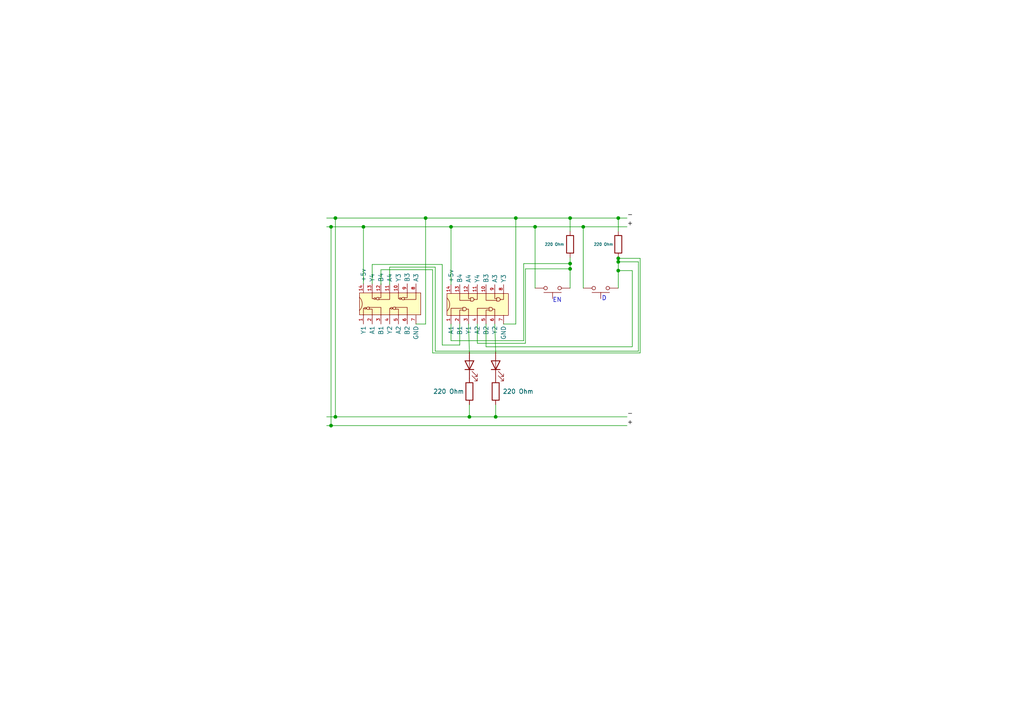
<source format=kicad_sch>
(kicad_sch (version 20211123) (generator eeschema)
  (paper "A4")
  (lib_symbols
    (symbol "Device:LED" (pin_numbers hide) (pin_names (offset 1.016) hide)
      (property "Reference" "D" (at 0 2.54 0))
      (property "Value" "LED" (at 0 -2.54 0))
      (symbol "LED_0_1"
        (polyline (pts (xy -1.27 -1.27) (xy -1.27 1.27)) (stroke (width 0.254)))
        (polyline (pts (xy -1.27 0) (xy 1.27 0)))
        (polyline (pts (xy 1.27 -1.27) (xy 1.27 1.27) (xy -1.27 0) (xy 1.27 -1.27)) (stroke (width 0.254)))
        (polyline (pts (xy -3.048 -0.762) (xy -4.572 -2.286) (xy -3.81 -2.286) (xy -4.572 -2.286) (xy -4.572 -1.524)))
        (polyline (pts (xy -1.778 -0.762) (xy -3.302 -2.286) (xy -2.54 -2.286) (xy -3.302 -2.286) (xy -3.302 -1.524)))
      )
      (symbol "LED_1_1"
        (pin passive line (at -3.81 0 0) (length 2.54) (name "K") (number "1"))
        (pin passive line (at 3.81 0 180) (length 2.54) (name "A") (number "2"))
      )
    )
    (symbol "Device:R" (pin_numbers hide) (pin_names (offset 0))
      (property "Reference" "R" (at 2.032 0 90))
      (property "Value" "R" (at 0 0 90))
      (symbol "R_0_1"
        (rectangle (start -1.016 -2.54) (end 1.016 2.54) (stroke (width 0.254)))
      )
      (symbol "R_1_1"
        (pin passive line (at 0 3.81 270) (length 1.27) (name "~") (number "1"))
        (pin passive line (at 0 -3.81 90) (length 1.27) (name "~") (number "2"))
      )
    )
    (symbol "Gosheto:74LS02_(NOR)"
      (property "Reference" "U" (at 0.0254 1.1938 0))
      (property "Value" "74LS02_(NOR)" (at 0 -0.8382 0))
      (symbol "74LS02_(NOR)_0_1"
        (arc (start -8.5091 -14.097) (mid -7.72 -12.192) (end -8.5091 -10.287))
        (rectangle (start -8.5091 -9.017) (end 9.2709 -15.367) (fill (type background)))
        (circle (center -6.858 -13.462) (radius 0.254))
        (arc (start -6.604 -13.462) (mid -6.1486 -13.7994) (end -5.588 -13.716))
        (arc (start -6.35 -13.462) (mid -6.35 -13.462) (end -6.35 -13.462))
        (arc (start -5.588 -13.208) (mid -6.1486 -13.1246) (end -6.604 -13.462))
        (arc (start -5.588 -13.208) (mid -5.6932 -13.462) (end -5.588 -13.716))
        (circle (center -4.064 -10.668) (radius 0.254))
        (arc (start -3.81 -10.668) (mid -3.3546 -11.0054) (end -2.794 -10.922))
        (arc (start -3.556 -10.668) (mid -3.556 -10.668) (end -3.556 -10.668))
        (arc (start -2.794 -10.414) (mid -3.3546 -10.3306) (end -3.81 -10.668))
        (arc (start -2.794 -10.414) (mid -2.8992 -10.668) (end -2.794 -10.922))
        (polyline (pts (xy -7.366 -15.494) (xy -7.366 -13.462) (xy -7.112 -13.462)))
        (polyline (pts (xy -4.826 -15.494) (xy -4.826 -13.716) (xy -5.588 -13.716)))
        (polyline (pts (xy -4.826 -8.89) (xy -4.826 -10.668) (xy -4.318 -10.668)))
        (polyline (pts (xy -2.286 -15.494) (xy -2.286 -13.208) (xy -5.588 -13.208)))
        (polyline (pts (xy -2.286 -8.89) (xy -2.286 -10.414) (xy -2.794 -10.414)))
        (polyline (pts (xy 0.254 -15.494) (xy 0.254 -13.462) (xy 0.508 -13.462)))
        (polyline (pts (xy 0.254 -8.89) (xy 0.254 -10.922) (xy -2.794 -10.922)))
        (polyline (pts (xy 2.794 -15.494) (xy 2.794 -13.716) (xy 2.032 -13.716)))
        (polyline (pts (xy 2.794 -8.89) (xy 2.794 -10.668) (xy 3.048 -10.668)))
        (polyline (pts (xy 5.334 -15.494) (xy 5.334 -13.208) (xy 2.032 -13.208)))
        (polyline (pts (xy 5.334 -8.89) (xy 5.334 -10.414) (xy 4.572 -10.414)))
        (polyline (pts (xy 7.874 -8.89) (xy 7.874 -10.922) (xy 4.572 -10.922)))
        (circle (center 0.762 -13.462) (radius 0.254))
        (arc (start 1.016 -13.462) (mid 1.4714 -13.7994) (end 2.032 -13.716))
        (arc (start 1.27 -13.462) (mid 1.27 -13.462) (end 1.27 -13.462))
        (arc (start 2.032 -13.208) (mid 1.4714 -13.1246) (end 1.016 -13.462))
        (arc (start 2.032 -13.208) (mid 1.9268 -13.462) (end 2.032 -13.716))
        (circle (center 3.302 -10.668) (radius 0.254))
        (arc (start 3.556 -10.668) (mid 4.0114 -11.0054) (end 4.572 -10.922))
        (arc (start 3.81 -10.668) (mid 3.81 -10.668) (end 3.81 -10.668))
        (arc (start 4.572 -10.414) (mid 4.0114 -10.3306) (end 3.556 -10.668))
        (arc (start 4.572 -10.414) (mid 4.4668 -10.668) (end 4.572 -10.922))
      )
      (symbol "74LS02_(NOR)_1_1"
        (pin output line (at -7.366 -15.494 270) (length 2.54) (name "Y1") (number "1"))
        (pin output line (at 2.794 -8.89 90) (length 2.54) (name "Y3") (number "10"))
        (pin input line (at 0.254 -8.89 90) (length 2.54) (name "A4") (number "11"))
        (pin input line (at -2.286 -8.89 90) (length 2.54) (name "B4") (number "12"))
        (pin output line (at -4.826 -8.89 90) (length 2.54) (name "Y4") (number "13"))
        (pin input line (at -7.366 -8.89 90) (length 2.54) (name "+5v") (number "14"))
        (pin input line (at -4.826 -15.494 270) (length 2.54) (name "A1") (number "2"))
        (pin input line (at -2.286 -15.494 270) (length 2.54) (name "B1") (number "3"))
        (pin output line (at 0.254 -15.494 270) (length 2.54) (name "Y2") (number "4"))
        (pin input line (at 2.794 -15.494 270) (length 2.54) (name "A2") (number "5"))
        (pin input line (at 5.334 -15.494 270) (length 2.54) (name "B2") (number "6"))
        (pin input line (at 7.874 -15.494 270) (length 2.54) (name "GND") (number "7"))
        (pin input line (at 7.874 -8.89 90) (length 2.54) (name "A3") (number "8"))
        (pin input line (at 5.334 -8.89 90) (length 2.54) (name "B3") (number "9"))
      )
    )
    (symbol "Gosheto:74LS08_(AND)"
      (property "Reference" "U" (at 0.0254 1.778 0))
      (property "Value" "74LS08_(AND)" (at 0 0 0))
      (symbol "74LS08_(AND)_0_1"
        (arc (start -8.5345 -13.0048) (mid -7.7454 -11.0998) (end -8.5345 -9.1948))
        (rectangle (start -8.5345 -7.9248) (end 9.2455 -14.2748) (fill (type background)))
        (arc (start -3.429 -12.9286) (mid -3.0698 -12.7798) (end -2.921 -12.4206))
        (arc (start -2.921 -12.4206) (mid -3.0698 -12.0614) (end -3.429 -11.9126))
        (arc (start -1.1938 -10.1346) (mid -0.8346 -9.9858) (end -0.6858 -9.6266))
        (arc (start -0.6858 -9.6266) (mid -0.8346 -9.2674) (end -1.1938 -9.1186))
        (polyline (pts (xy 7.112 -9.652) (xy 6.858 -9.652)))
        (polyline (pts (xy -7.366 -14.224) (xy -7.366 -12.192) (xy -4.064 -12.192)))
        (polyline (pts (xy -4.826 -14.224) (xy -4.826 -12.7) (xy -4.064 -12.7)))
        (polyline (pts (xy -4.826 -7.874) (xy -4.826 -9.906) (xy -1.778 -9.906)))
        (polyline (pts (xy -2.286 -14.224) (xy -2.286 -12.446) (xy -2.794 -12.446)))
        (polyline (pts (xy -2.286 -7.874) (xy -2.286 -9.398) (xy -1.778 -9.398)))
        (polyline (pts (xy 0.254 -14.224) (xy 0.254 -12.192) (xy 3.556 -12.192)))
        (polyline (pts (xy 2.794 -14.224) (xy 2.794 -12.7) (xy 3.556 -12.7)))
        (polyline (pts (xy 2.794 -7.874) (xy 2.794 -9.906) (xy 5.842 -9.906)))
        (polyline (pts (xy 5.334 -14.224) (xy 5.334 -12.446) (xy 4.826 -12.446)))
        (polyline (pts (xy 5.334 -7.874) (xy 5.334 -9.398) (xy 5.842 -9.398)))
        (polyline (pts (xy 7.874 -7.874) (xy 7.874 -9.652) (xy 7.112 -9.652)))
        (polyline (pts (xy -3.429 -12.9286) (xy -3.937 -12.9286) (xy -3.937 -11.9126) (xy -3.429 -11.9126)))
        (polyline (pts (xy -1.1938 -10.1346) (xy -1.7018 -10.1346) (xy -1.7018 -9.1186) (xy -1.1938 -9.1186)))
        (polyline (pts (xy 4.191 -12.954) (xy 3.683 -12.954) (xy 3.683 -11.938) (xy 4.191 -11.938)))
        (polyline (pts (xy 6.4008 -10.1346) (xy 5.8928 -10.1346) (xy 5.8928 -9.1186) (xy 6.4008 -9.1186)))
        (polyline (pts (xy 0.254 -7.874) (xy 0.254 -9.652) (xy -0.508 -9.652) (xy -0.762 -9.652) (xy -0.508 -9.652)))
        (arc (start 4.191 -12.954) (mid 4.5502 -12.8052) (end 4.699 -12.446))
        (arc (start 4.699 -12.446) (mid 4.5502 -12.0868) (end 4.191 -11.938))
        (arc (start 6.4008 -10.1346) (mid 6.76 -9.9858) (end 6.9088 -9.6266))
        (arc (start 6.9088 -9.6266) (mid 6.76 -9.2674) (end 6.4008 -9.1186))
      )
      (symbol "74LS08_(AND)_1_1"
        (pin input line (at -7.366 -14.224 270) (length 2.54) (name "A1") (number "1"))
        (pin input line (at 2.794 -7.874 90) (length 2.54) (name "B3") (number "10"))
        (pin output line (at 0.254 -7.874 90) (length 2.54) (name "Y4") (number "11"))
        (pin input line (at -2.286 -7.874 90) (length 2.54) (name "A4") (number "12"))
        (pin input line (at -4.826 -7.874 90) (length 2.54) (name "B4") (number "13"))
        (pin input line (at -7.366 -7.874 90) (length 2.54) (name "+5v") (number "14"))
        (pin input line (at -4.826 -14.224 270) (length 2.54) (name "B1") (number "2"))
        (pin output line (at -2.286 -14.224 270) (length 2.54) (name "Y1") (number "3"))
        (pin input line (at 0.254 -14.224 270) (length 2.54) (name "A2") (number "4"))
        (pin input line (at 2.794 -14.224 270) (length 2.54) (name "B2") (number "5"))
        (pin output line (at 5.334 -14.224 270) (length 2.54) (name "Y2") (number "6"))
        (pin input line (at 7.874 -14.224 270) (length 2.54) (name "GND") (number "7"))
        (pin output line (at 7.874 -7.874 90) (length 2.54) (name "Y3") (number "8"))
        (pin input line (at 5.334 -7.874 90) (length 2.54) (name "A3") (number "9"))
      )
    )
    (symbol "Switch:SW_Push" (pin_numbers hide) (pin_names (offset 1.016) hide)
      (property "Reference" "SW" (at 1.27 2.54 0))
      (property "Value" "SW_Push" (at 0 -1.524 0))
      (symbol "SW_Push_0_1"
        (circle (center -2.032 0) (radius 0.508))
        (polyline (pts (xy 0 1.27) (xy 0 3.048)))
        (polyline (pts (xy 2.54 1.27) (xy -2.54 1.27)))
        (circle (center 2.032 0) (radius 0.508))
        (pin passive line (at -5.08 0 0) (length 2.54) (name "1") (number "1"))
        (pin passive line (at 5.08 0 180) (length 2.54) (name "2") (number "2"))
      )
    )
  )
  (junction (at 155.194 65.786))
  (junction (at 179.324 78.486))
  (junction (at 165.354 63.246))
  (junction (at 96.012 65.786))
  (junction (at 149.606 63.246))
  (junction (at 130.81 65.786))
  (junction (at 165.354 77.978))
  (junction (at 165.354 76.454))
  (junction (at 179.324 63.246))
  (junction (at 97.282 63.246))
  (junction (at 136.144 120.904))
  (junction (at 179.324 75.946))
  (junction (at 123.444 63.246))
  (junction (at 96.012 123.444))
  (junction (at 179.324 74.93))
  (junction (at 97.282 120.904))
  (junction (at 143.764 120.904))
  (junction (at 105.41 65.786))
  (junction (at 169.164 65.786))
  (wire (pts (xy 96.012 65.786) (xy 96.012 123.444)))
  (wire (pts (xy 146.05 93.98) (xy 149.606 93.98)))
  (wire (pts (xy 128.27 100.076) (xy 133.35 100.076)))
  (wire (pts (xy 96.012 123.444) (xy 181.864 123.444)))
  (wire (pts (xy 125.476 102.362) (xy 125.476 78.232)))
  (wire (pts (xy 136.144 117.348) (xy 136.144 120.904)))
  (wire (pts (xy 138.43 93.98) (xy 138.43 99.568)))
  (wire (pts (xy 105.41 65.786) (xy 105.41 82.296)))
  (wire (pts (xy 179.324 74.676) (xy 179.324 74.93)))
  (wire (pts (xy 149.606 63.246) (xy 165.354 63.246)))
  (wire (pts (xy 94.742 120.904) (xy 97.282 120.904)))
  (wire (pts (xy 179.324 75.946) (xy 179.324 78.486)))
  (wire (pts (xy 179.324 78.486) (xy 179.324 83.566)))
  (wire (pts (xy 136.144 120.904) (xy 143.764 120.904)))
  (wire (pts (xy 135.89 93.98) (xy 136.144 102.108)))
  (wire (pts (xy 113.03 77.47) (xy 113.03 82.55)))
  (wire (pts (xy 169.164 83.566) (xy 169.164 65.786)))
  (wire (pts (xy 165.354 63.246) (xy 179.324 63.246)))
  (wire (pts (xy 155.194 65.786) (xy 169.164 65.786)))
  (wire (pts (xy 130.81 65.786) (xy 130.81 82.55)))
  (wire (pts (xy 107.95 82.296) (xy 107.95 76.708)))
  (wire (pts (xy 97.282 63.246) (xy 97.282 120.904)))
  (wire (pts (xy 140.97 100.584) (xy 183.388 100.584)))
  (wire (pts (xy 94.742 123.444) (xy 96.012 123.444)))
  (wire (pts (xy 185.674 74.93) (xy 185.674 102.362)))
  (wire (pts (xy 149.606 63.246) (xy 149.606 93.98)))
  (wire (pts (xy 179.324 75.946) (xy 185.166 75.946)))
  (wire (pts (xy 94.742 65.786) (xy 96.012 65.786)))
  (wire (pts (xy 138.43 99.568) (xy 152.4 99.568)))
  (wire (pts (xy 105.41 65.786) (xy 130.81 65.786)))
  (wire (pts (xy 179.324 78.486) (xy 183.388 78.486)))
  (wire (pts (xy 107.95 76.708) (xy 128.27 76.708)))
  (wire (pts (xy 165.354 74.676) (xy 165.354 76.454)))
  (wire (pts (xy 152.4 99.568) (xy 152.4 77.978)))
  (wire (pts (xy 123.444 63.246) (xy 149.606 63.246)))
  (wire (pts (xy 185.166 75.946) (xy 185.166 101.854)))
  (wire (pts (xy 97.282 120.904) (xy 136.144 120.904)))
  (wire (pts (xy 143.764 120.904) (xy 181.864 120.904)))
  (wire (pts (xy 179.324 74.93) (xy 185.674 74.93)))
  (wire (pts (xy 96.012 65.786) (xy 105.41 65.786)))
  (wire (pts (xy 165.354 63.246) (xy 165.354 67.056)))
  (wire (pts (xy 123.444 63.246) (xy 123.444 93.98)))
  (wire (pts (xy 128.27 76.708) (xy 128.27 100.076)))
  (wire (pts (xy 179.324 63.246) (xy 181.864 63.246)))
  (wire (pts (xy 126.238 77.47) (xy 113.03 77.47)))
  (wire (pts (xy 130.81 65.786) (xy 155.194 65.786)))
  (wire (pts (xy 120.65 93.98) (xy 123.444 93.98)))
  (wire (pts (xy 126.238 101.854) (xy 126.238 77.47)))
  (wire (pts (xy 151.892 98.806) (xy 151.892 76.454)))
  (wire (pts (xy 94.742 63.246) (xy 97.282 63.246)))
  (wire (pts (xy 185.166 101.854) (xy 126.238 101.854)))
  (wire (pts (xy 97.282 63.246) (xy 123.444 63.246)))
  (wire (pts (xy 143.51 93.98) (xy 143.764 102.108)))
  (wire (pts (xy 125.476 78.232) (xy 110.49 78.232)))
  (wire (pts (xy 185.674 102.362) (xy 125.476 102.362)))
  (wire (pts (xy 169.164 65.786) (xy 181.864 65.786)))
  (wire (pts (xy 151.892 76.454) (xy 165.354 76.454)))
  (wire (pts (xy 152.4 77.978) (xy 165.354 77.978)))
  (wire (pts (xy 165.354 76.454) (xy 165.354 77.978)))
  (wire (pts (xy 140.97 93.98) (xy 140.97 100.584)))
  (wire (pts (xy 130.81 93.98) (xy 130.81 98.806)))
  (wire (pts (xy 133.35 93.98) (xy 133.35 100.076)))
  (wire (pts (xy 130.81 98.806) (xy 151.892 98.806)))
  (wire (pts (xy 110.49 78.232) (xy 110.49 82.55)))
  (wire (pts (xy 183.388 100.584) (xy 183.388 78.486)))
  (wire (pts (xy 179.324 74.93) (xy 179.324 75.946)))
  (wire (pts (xy 179.324 63.246) (xy 179.324 67.056)))
  (wire (pts (xy 143.764 117.348) (xy 143.764 120.904)))
  (wire (pts (xy 165.354 77.978) (xy 165.354 83.566)))
  (wire (pts (xy 155.194 83.566) (xy 155.194 65.786)))
  (text "D" (at 174.498 87.376 0) (effects (font (size 1.27 1.27)) (justify left bottom)))
  (text "EN" (at 160.274 87.884 0) (effects (font (size 1.27 1.27)) (justify left bottom)))
  (label "-" (at 181.864 120.904 0))
  (label "+" (at 181.864 123.444 0))
  (label "+" (at 181.864 65.786 0))
  (label "-" (at 181.864 63.246 0))
  (symbol (lib_id "Switch:SW_Push") (at 160.274 83.566 180) (unit 1)
    (property "Reference" "SW?" (effects hide))
    (property "Value" "SW_Push" (effects hide))
  )
  (symbol (lib_id "Device:LED") (at 143.764 105.918 90) (unit 1)
    (property "Reference" "D?" (effects hide))
    (property "Value" "LED" (effects hide))
  )
  (symbol (lib_id "Device:R") (at 165.354 70.866 0) (unit 1)
    (property "Reference" "R?" (effects hide))
    (property "Value" "220 Ohm" (at 157.988 70.866 0) (effects (font (size 0.8 0.8)) (justify left)))
  )
  (symbol (lib_id "Switch:SW_Push") (at 174.244 83.566 180) (unit 1)
    (property "Reference" "SW?" (effects hide))
    (property "Value" "SW_Push" (effects hide))
  )
  (symbol (lib_id "Gosheto:74LS02_(NOR)") (at 112.776 75.946 0) (unit 1)
    (property "Reference" "U?" (effects hide))
    (property "Value" "74LS02_(NOR)" (effects hide))
  )
  (symbol (lib_id "Device:R") (at 136.144 113.538 0) (unit 1)
    (property "Reference" "R?" (effects hide))
    (property "Value" "220 Ohm" (at 134.62 113.538 0) (effects (justify right)))
  )
  (symbol (lib_id "Device:LED") (at 136.144 105.918 90) (unit 1)
    (property "Reference" "D?" (effects hide))
    (property "Value" "LED" (effects hide))
  )
  (symbol (lib_id "Device:R") (at 143.764 113.538 0) (unit 1)
    (property "Reference" "R?" (effects hide))
    (property "Value" "220 Ohm" (at 145.796 113.538 0) (effects (justify left)))
  )
  (symbol (lib_id "Device:R") (at 179.324 70.866 0) (unit 1)
    (property "Reference" "R?" (effects hide))
    (property "Value" "220 Ohm" (at 172.212 70.866 0) (effects (font (size 0.8 0.8)) (justify left)))
  )
  (symbol (lib_id "Gosheto:74LS08_(AND)") (at 138.176 77.216 0) (unit 1)
    (property "Reference" "U?" (effects hide))
    (property "Value" "74LS08_(AND)" (effects hide))
  )
)
</source>
